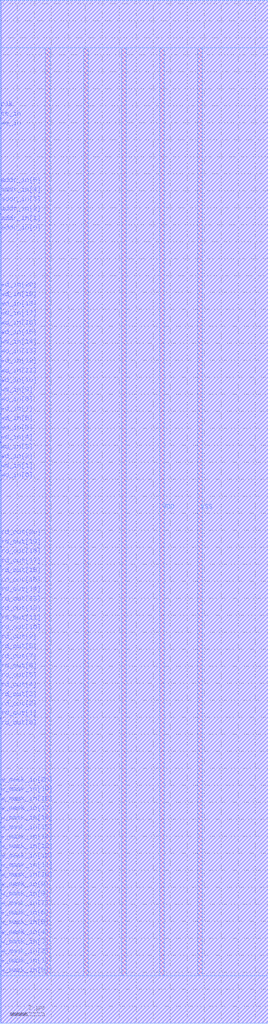
<source format=lef>
VERSION 5.7 ;
BUSBITCHARS "[]" ;
MACRO fakeram45_64x21_upper
  FOREIGN fakeram45_64x21_upper 0 0 ;
  SYMMETRY X Y R90 ;
  SIZE 15.770 BY 60.200 ;
  CLASS COVER ;
  PIN w_mask_in[0]
    DIRECTION INPUT ;
    USE SIGNAL ;
    SHAPE ABUTMENT ;
    PORT
      LAYER M3_m ;
      RECT 0.000 2.800 0.070 2.870 ;
    END
  END w_mask_in[0]
  PIN w_mask_in[1]
    DIRECTION INPUT ;
    USE SIGNAL ;
    SHAPE ABUTMENT ;
    PORT
      LAYER M3_m ;
      RECT 0.000 3.360 0.070 3.430 ;
    END
  END w_mask_in[1]
  PIN w_mask_in[2]
    DIRECTION INPUT ;
    USE SIGNAL ;
    SHAPE ABUTMENT ;
    PORT
      LAYER M3_m ;
      RECT 0.000 3.920 0.070 3.990 ;
    END
  END w_mask_in[2]
  PIN w_mask_in[3]
    DIRECTION INPUT ;
    USE SIGNAL ;
    SHAPE ABUTMENT ;
    PORT
      LAYER M3_m ;
      RECT 0.000 4.480 0.070 4.550 ;
    END
  END w_mask_in[3]
  PIN w_mask_in[4]
    DIRECTION INPUT ;
    USE SIGNAL ;
    SHAPE ABUTMENT ;
    PORT
      LAYER M3_m ;
      RECT 0.000 5.040 0.070 5.110 ;
    END
  END w_mask_in[4]
  PIN w_mask_in[5]
    DIRECTION INPUT ;
    USE SIGNAL ;
    SHAPE ABUTMENT ;
    PORT
      LAYER M3_m ;
      RECT 0.000 5.600 0.070 5.670 ;
    END
  END w_mask_in[5]
  PIN w_mask_in[6]
    DIRECTION INPUT ;
    USE SIGNAL ;
    SHAPE ABUTMENT ;
    PORT
      LAYER M3_m ;
      RECT 0.000 6.160 0.070 6.230 ;
    END
  END w_mask_in[6]
  PIN w_mask_in[7]
    DIRECTION INPUT ;
    USE SIGNAL ;
    SHAPE ABUTMENT ;
    PORT
      LAYER M3_m ;
      RECT 0.000 6.720 0.070 6.790 ;
    END
  END w_mask_in[7]
  PIN w_mask_in[8]
    DIRECTION INPUT ;
    USE SIGNAL ;
    SHAPE ABUTMENT ;
    PORT
      LAYER M3_m ;
      RECT 0.000 7.280 0.070 7.350 ;
    END
  END w_mask_in[8]
  PIN w_mask_in[9]
    DIRECTION INPUT ;
    USE SIGNAL ;
    SHAPE ABUTMENT ;
    PORT
      LAYER M3_m ;
      RECT 0.000 7.840 0.070 7.910 ;
    END
  END w_mask_in[9]
  PIN w_mask_in[10]
    DIRECTION INPUT ;
    USE SIGNAL ;
    SHAPE ABUTMENT ;
    PORT
      LAYER M3_m ;
      RECT 0.000 8.400 0.070 8.470 ;
    END
  END w_mask_in[10]
  PIN w_mask_in[11]
    DIRECTION INPUT ;
    USE SIGNAL ;
    SHAPE ABUTMENT ;
    PORT
      LAYER M3_m ;
      RECT 0.000 8.960 0.070 9.030 ;
    END
  END w_mask_in[11]
  PIN w_mask_in[12]
    DIRECTION INPUT ;
    USE SIGNAL ;
    SHAPE ABUTMENT ;
    PORT
      LAYER M3_m ;
      RECT 0.000 9.520 0.070 9.590 ;
    END
  END w_mask_in[12]
  PIN w_mask_in[13]
    DIRECTION INPUT ;
    USE SIGNAL ;
    SHAPE ABUTMENT ;
    PORT
      LAYER M3_m ;
      RECT 0.000 10.080 0.070 10.150 ;
    END
  END w_mask_in[13]
  PIN w_mask_in[14]
    DIRECTION INPUT ;
    USE SIGNAL ;
    SHAPE ABUTMENT ;
    PORT
      LAYER M3_m ;
      RECT 0.000 10.640 0.070 10.710 ;
    END
  END w_mask_in[14]
  PIN w_mask_in[15]
    DIRECTION INPUT ;
    USE SIGNAL ;
    SHAPE ABUTMENT ;
    PORT
      LAYER M3_m ;
      RECT 0.000 11.200 0.070 11.270 ;
    END
  END w_mask_in[15]
  PIN w_mask_in[16]
    DIRECTION INPUT ;
    USE SIGNAL ;
    SHAPE ABUTMENT ;
    PORT
      LAYER M3_m ;
      RECT 0.000 11.760 0.070 11.830 ;
    END
  END w_mask_in[16]
  PIN w_mask_in[17]
    DIRECTION INPUT ;
    USE SIGNAL ;
    SHAPE ABUTMENT ;
    PORT
      LAYER M3_m ;
      RECT 0.000 12.320 0.070 12.390 ;
    END
  END w_mask_in[17]
  PIN w_mask_in[18]
    DIRECTION INPUT ;
    USE SIGNAL ;
    SHAPE ABUTMENT ;
    PORT
      LAYER M3_m ;
      RECT 0.000 12.880 0.070 12.950 ;
    END
  END w_mask_in[18]
  PIN w_mask_in[19]
    DIRECTION INPUT ;
    USE SIGNAL ;
    SHAPE ABUTMENT ;
    PORT
      LAYER M3_m ;
      RECT 0.000 13.440 0.070 13.510 ;
    END
  END w_mask_in[19]
  PIN w_mask_in[20]
    DIRECTION INPUT ;
    USE SIGNAL ;
    SHAPE ABUTMENT ;
    PORT
      LAYER M3_m ;
      RECT 0.000 14.000 0.070 14.070 ;
    END
  END w_mask_in[20]
  PIN rd_out[0]
    DIRECTION OUTPUT ;
    USE SIGNAL ;
    SHAPE ABUTMENT ;
    PORT
      LAYER M3_m ;
      RECT 0.000 17.360 0.070 17.430 ;
    END
  END rd_out[0]
  PIN rd_out[1]
    DIRECTION OUTPUT ;
    USE SIGNAL ;
    SHAPE ABUTMENT ;
    PORT
      LAYER M3_m ;
      RECT 0.000 17.920 0.070 17.990 ;
    END
  END rd_out[1]
  PIN rd_out[2]
    DIRECTION OUTPUT ;
    USE SIGNAL ;
    SHAPE ABUTMENT ;
    PORT
      LAYER M3_m ;
      RECT 0.000 18.480 0.070 18.550 ;
    END
  END rd_out[2]
  PIN rd_out[3]
    DIRECTION OUTPUT ;
    USE SIGNAL ;
    SHAPE ABUTMENT ;
    PORT
      LAYER M3_m ;
      RECT 0.000 19.040 0.070 19.110 ;
    END
  END rd_out[3]
  PIN rd_out[4]
    DIRECTION OUTPUT ;
    USE SIGNAL ;
    SHAPE ABUTMENT ;
    PORT
      LAYER M3_m ;
      RECT 0.000 19.600 0.070 19.670 ;
    END
  END rd_out[4]
  PIN rd_out[5]
    DIRECTION OUTPUT ;
    USE SIGNAL ;
    SHAPE ABUTMENT ;
    PORT
      LAYER M3_m ;
      RECT 0.000 20.160 0.070 20.230 ;
    END
  END rd_out[5]
  PIN rd_out[6]
    DIRECTION OUTPUT ;
    USE SIGNAL ;
    SHAPE ABUTMENT ;
    PORT
      LAYER M3_m ;
      RECT 0.000 20.720 0.070 20.790 ;
    END
  END rd_out[6]
  PIN rd_out[7]
    DIRECTION OUTPUT ;
    USE SIGNAL ;
    SHAPE ABUTMENT ;
    PORT
      LAYER M3_m ;
      RECT 0.000 21.280 0.070 21.350 ;
    END
  END rd_out[7]
  PIN rd_out[8]
    DIRECTION OUTPUT ;
    USE SIGNAL ;
    SHAPE ABUTMENT ;
    PORT
      LAYER M3_m ;
      RECT 0.000 21.840 0.070 21.910 ;
    END
  END rd_out[8]
  PIN rd_out[9]
    DIRECTION OUTPUT ;
    USE SIGNAL ;
    SHAPE ABUTMENT ;
    PORT
      LAYER M3_m ;
      RECT 0.000 22.400 0.070 22.470 ;
    END
  END rd_out[9]
  PIN rd_out[10]
    DIRECTION OUTPUT ;
    USE SIGNAL ;
    SHAPE ABUTMENT ;
    PORT
      LAYER M3_m ;
      RECT 0.000 22.960 0.070 23.030 ;
    END
  END rd_out[10]
  PIN rd_out[11]
    DIRECTION OUTPUT ;
    USE SIGNAL ;
    SHAPE ABUTMENT ;
    PORT
      LAYER M3_m ;
      RECT 0.000 23.520 0.070 23.590 ;
    END
  END rd_out[11]
  PIN rd_out[12]
    DIRECTION OUTPUT ;
    USE SIGNAL ;
    SHAPE ABUTMENT ;
    PORT
      LAYER M3_m ;
      RECT 0.000 24.080 0.070 24.150 ;
    END
  END rd_out[12]
  PIN rd_out[13]
    DIRECTION OUTPUT ;
    USE SIGNAL ;
    SHAPE ABUTMENT ;
    PORT
      LAYER M3_m ;
      RECT 0.000 24.640 0.070 24.710 ;
    END
  END rd_out[13]
  PIN rd_out[14]
    DIRECTION OUTPUT ;
    USE SIGNAL ;
    SHAPE ABUTMENT ;
    PORT
      LAYER M3_m ;
      RECT 0.000 25.200 0.070 25.270 ;
    END
  END rd_out[14]
  PIN rd_out[15]
    DIRECTION OUTPUT ;
    USE SIGNAL ;
    SHAPE ABUTMENT ;
    PORT
      LAYER M3_m ;
      RECT 0.000 25.760 0.070 25.830 ;
    END
  END rd_out[15]
  PIN rd_out[16]
    DIRECTION OUTPUT ;
    USE SIGNAL ;
    SHAPE ABUTMENT ;
    PORT
      LAYER M3_m ;
      RECT 0.000 26.320 0.070 26.390 ;
    END
  END rd_out[16]
  PIN rd_out[17]
    DIRECTION OUTPUT ;
    USE SIGNAL ;
    SHAPE ABUTMENT ;
    PORT
      LAYER M3_m ;
      RECT 0.000 26.880 0.070 26.950 ;
    END
  END rd_out[17]
  PIN rd_out[18]
    DIRECTION OUTPUT ;
    USE SIGNAL ;
    SHAPE ABUTMENT ;
    PORT
      LAYER M3_m ;
      RECT 0.000 27.440 0.070 27.510 ;
    END
  END rd_out[18]
  PIN rd_out[19]
    DIRECTION OUTPUT ;
    USE SIGNAL ;
    SHAPE ABUTMENT ;
    PORT
      LAYER M3_m ;
      RECT 0.000 28.000 0.070 28.070 ;
    END
  END rd_out[19]
  PIN rd_out[20]
    DIRECTION OUTPUT ;
    USE SIGNAL ;
    SHAPE ABUTMENT ;
    PORT
      LAYER M3_m ;
      RECT 0.000 28.560 0.070 28.630 ;
    END
  END rd_out[20]
  PIN wd_in[0]
    DIRECTION INPUT ;
    USE SIGNAL ;
    SHAPE ABUTMENT ;
    PORT
      LAYER M3_m ;
      RECT 0.000 31.920 0.070 31.990 ;
    END
  END wd_in[0]
  PIN wd_in[1]
    DIRECTION INPUT ;
    USE SIGNAL ;
    SHAPE ABUTMENT ;
    PORT
      LAYER M3_m ;
      RECT 0.000 32.480 0.070 32.550 ;
    END
  END wd_in[1]
  PIN wd_in[2]
    DIRECTION INPUT ;
    USE SIGNAL ;
    SHAPE ABUTMENT ;
    PORT
      LAYER M3_m ;
      RECT 0.000 33.040 0.070 33.110 ;
    END
  END wd_in[2]
  PIN wd_in[3]
    DIRECTION INPUT ;
    USE SIGNAL ;
    SHAPE ABUTMENT ;
    PORT
      LAYER M3_m ;
      RECT 0.000 33.600 0.070 33.670 ;
    END
  END wd_in[3]
  PIN wd_in[4]
    DIRECTION INPUT ;
    USE SIGNAL ;
    SHAPE ABUTMENT ;
    PORT
      LAYER M3_m ;
      RECT 0.000 34.160 0.070 34.230 ;
    END
  END wd_in[4]
  PIN wd_in[5]
    DIRECTION INPUT ;
    USE SIGNAL ;
    SHAPE ABUTMENT ;
    PORT
      LAYER M3_m ;
      RECT 0.000 34.720 0.070 34.790 ;
    END
  END wd_in[5]
  PIN wd_in[6]
    DIRECTION INPUT ;
    USE SIGNAL ;
    SHAPE ABUTMENT ;
    PORT
      LAYER M3_m ;
      RECT 0.000 35.280 0.070 35.350 ;
    END
  END wd_in[6]
  PIN wd_in[7]
    DIRECTION INPUT ;
    USE SIGNAL ;
    SHAPE ABUTMENT ;
    PORT
      LAYER M3_m ;
      RECT 0.000 35.840 0.070 35.910 ;
    END
  END wd_in[7]
  PIN wd_in[8]
    DIRECTION INPUT ;
    USE SIGNAL ;
    SHAPE ABUTMENT ;
    PORT
      LAYER M3_m ;
      RECT 0.000 36.400 0.070 36.470 ;
    END
  END wd_in[8]
  PIN wd_in[9]
    DIRECTION INPUT ;
    USE SIGNAL ;
    SHAPE ABUTMENT ;
    PORT
      LAYER M3_m ;
      RECT 0.000 36.960 0.070 37.030 ;
    END
  END wd_in[9]
  PIN wd_in[10]
    DIRECTION INPUT ;
    USE SIGNAL ;
    SHAPE ABUTMENT ;
    PORT
      LAYER M3_m ;
      RECT 0.000 37.520 0.070 37.590 ;
    END
  END wd_in[10]
  PIN wd_in[11]
    DIRECTION INPUT ;
    USE SIGNAL ;
    SHAPE ABUTMENT ;
    PORT
      LAYER M3_m ;
      RECT 0.000 38.080 0.070 38.150 ;
    END
  END wd_in[11]
  PIN wd_in[12]
    DIRECTION INPUT ;
    USE SIGNAL ;
    SHAPE ABUTMENT ;
    PORT
      LAYER M3_m ;
      RECT 0.000 38.640 0.070 38.710 ;
    END
  END wd_in[12]
  PIN wd_in[13]
    DIRECTION INPUT ;
    USE SIGNAL ;
    SHAPE ABUTMENT ;
    PORT
      LAYER M3_m ;
      RECT 0.000 39.200 0.070 39.270 ;
    END
  END wd_in[13]
  PIN wd_in[14]
    DIRECTION INPUT ;
    USE SIGNAL ;
    SHAPE ABUTMENT ;
    PORT
      LAYER M3_m ;
      RECT 0.000 39.760 0.070 39.830 ;
    END
  END wd_in[14]
  PIN wd_in[15]
    DIRECTION INPUT ;
    USE SIGNAL ;
    SHAPE ABUTMENT ;
    PORT
      LAYER M3_m ;
      RECT 0.000 40.320 0.070 40.390 ;
    END
  END wd_in[15]
  PIN wd_in[16]
    DIRECTION INPUT ;
    USE SIGNAL ;
    SHAPE ABUTMENT ;
    PORT
      LAYER M3_m ;
      RECT 0.000 40.880 0.070 40.950 ;
    END
  END wd_in[16]
  PIN wd_in[17]
    DIRECTION INPUT ;
    USE SIGNAL ;
    SHAPE ABUTMENT ;
    PORT
      LAYER M3_m ;
      RECT 0.000 41.440 0.070 41.510 ;
    END
  END wd_in[17]
  PIN wd_in[18]
    DIRECTION INPUT ;
    USE SIGNAL ;
    SHAPE ABUTMENT ;
    PORT
      LAYER M3_m ;
      RECT 0.000 42.000 0.070 42.070 ;
    END
  END wd_in[18]
  PIN wd_in[19]
    DIRECTION INPUT ;
    USE SIGNAL ;
    SHAPE ABUTMENT ;
    PORT
      LAYER M3_m ;
      RECT 0.000 42.560 0.070 42.630 ;
    END
  END wd_in[19]
  PIN wd_in[20]
    DIRECTION INPUT ;
    USE SIGNAL ;
    SHAPE ABUTMENT ;
    PORT
      LAYER M3_m ;
      RECT 0.000 43.120 0.070 43.190 ;
    END
  END wd_in[20]
  PIN addr_in[0]
    DIRECTION INPUT ;
    USE SIGNAL ;
    SHAPE ABUTMENT ;
    PORT
      LAYER M3_m ;
      RECT 0.000 46.480 0.070 46.550 ;
    END
  END addr_in[0]
  PIN addr_in[1]
    DIRECTION INPUT ;
    USE SIGNAL ;
    SHAPE ABUTMENT ;
    PORT
      LAYER M3_m ;
      RECT 0.000 47.040 0.070 47.110 ;
    END
  END addr_in[1]
  PIN addr_in[2]
    DIRECTION INPUT ;
    USE SIGNAL ;
    SHAPE ABUTMENT ;
    PORT
      LAYER M3_m ;
      RECT 0.000 47.600 0.070 47.670 ;
    END
  END addr_in[2]
  PIN addr_in[3]
    DIRECTION INPUT ;
    USE SIGNAL ;
    SHAPE ABUTMENT ;
    PORT
      LAYER M3_m ;
      RECT 0.000 48.160 0.070 48.230 ;
    END
  END addr_in[3]
  PIN addr_in[4]
    DIRECTION INPUT ;
    USE SIGNAL ;
    SHAPE ABUTMENT ;
    PORT
      LAYER M3_m ;
      RECT 0.000 48.720 0.070 48.790 ;
    END
  END addr_in[4]
  PIN addr_in[5]
    DIRECTION INPUT ;
    USE SIGNAL ;
    SHAPE ABUTMENT ;
    PORT
      LAYER M3_m ;
      RECT 0.000 49.280 0.070 49.350 ;
    END
  END addr_in[5]
  PIN we_in
    DIRECTION INPUT ;
    USE SIGNAL ;
    SHAPE ABUTMENT ;
    PORT
      LAYER M3_m ;
      RECT 0.000 52.640 0.070 52.710 ;
    END
  END we_in
  PIN ce_in
    DIRECTION INPUT ;
    USE SIGNAL ;
    SHAPE ABUTMENT ;
    PORT
      LAYER M3_m ;
      RECT 0.000 53.200 0.070 53.270 ;
    END
  END ce_in
  PIN clk
    DIRECTION INPUT ;
    USE SIGNAL ;
    SHAPE ABUTMENT ;
    PORT
      LAYER M3_m ;
      RECT 0.000 53.760 0.070 53.830 ;
    END
  END clk
  PIN VSS
    DIRECTION INOUT ;
    USE GROUND ;
    PORT
      LAYER M4_m ;
      RECT 2.660 2.800 2.940 57.400 ;
      RECT 7.140 2.800 7.420 57.400 ;
      RECT 11.620 2.800 11.900 57.400 ;
    END
  END VSS
  PIN VDD
    DIRECTION INOUT ;
    USE POWER ;
    PORT
      LAYER M4_m ;
      RECT 4.900 2.800 5.180 57.400 ;
      RECT 9.380 2.800 9.660 57.400 ;
    END
  END VDD
  OBS
    LAYER M1_m ;
    RECT 0 0 15.770 60.200 ;
    LAYER M2_m ;
    RECT 0 0 15.770 60.200 ;
    LAYER M3_m ;
    RECT 0.070 0 15.770 60.200 ;
    RECT 0 0.000 0.070 2.800 ;
    RECT 0 2.870 0.070 3.360 ;
    RECT 0 3.430 0.070 3.920 ;
    RECT 0 3.990 0.070 4.480 ;
    RECT 0 4.550 0.070 5.040 ;
    RECT 0 5.110 0.070 5.600 ;
    RECT 0 5.670 0.070 6.160 ;
    RECT 0 6.230 0.070 6.720 ;
    RECT 0 6.790 0.070 7.280 ;
    RECT 0 7.350 0.070 7.840 ;
    RECT 0 7.910 0.070 8.400 ;
    RECT 0 8.470 0.070 8.960 ;
    RECT 0 9.030 0.070 9.520 ;
    RECT 0 9.590 0.070 10.080 ;
    RECT 0 10.150 0.070 10.640 ;
    RECT 0 10.710 0.070 11.200 ;
    RECT 0 11.270 0.070 11.760 ;
    RECT 0 11.830 0.070 12.320 ;
    RECT 0 12.390 0.070 12.880 ;
    RECT 0 12.950 0.070 13.440 ;
    RECT 0 13.510 0.070 14.000 ;
    RECT 0 14.070 0.070 17.360 ;
    RECT 0 17.430 0.070 17.920 ;
    RECT 0 17.990 0.070 18.480 ;
    RECT 0 18.550 0.070 19.040 ;
    RECT 0 19.110 0.070 19.600 ;
    RECT 0 19.670 0.070 20.160 ;
    RECT 0 20.230 0.070 20.720 ;
    RECT 0 20.790 0.070 21.280 ;
    RECT 0 21.350 0.070 21.840 ;
    RECT 0 21.910 0.070 22.400 ;
    RECT 0 22.470 0.070 22.960 ;
    RECT 0 23.030 0.070 23.520 ;
    RECT 0 23.590 0.070 24.080 ;
    RECT 0 24.150 0.070 24.640 ;
    RECT 0 24.710 0.070 25.200 ;
    RECT 0 25.270 0.070 25.760 ;
    RECT 0 25.830 0.070 26.320 ;
    RECT 0 26.390 0.070 26.880 ;
    RECT 0 26.950 0.070 27.440 ;
    RECT 0 27.510 0.070 28.000 ;
    RECT 0 28.070 0.070 28.560 ;
    RECT 0 28.630 0.070 31.920 ;
    RECT 0 31.990 0.070 32.480 ;
    RECT 0 32.550 0.070 33.040 ;
    RECT 0 33.110 0.070 33.600 ;
    RECT 0 33.670 0.070 34.160 ;
    RECT 0 34.230 0.070 34.720 ;
    RECT 0 34.790 0.070 35.280 ;
    RECT 0 35.350 0.070 35.840 ;
    RECT 0 35.910 0.070 36.400 ;
    RECT 0 36.470 0.070 36.960 ;
    RECT 0 37.030 0.070 37.520 ;
    RECT 0 37.590 0.070 38.080 ;
    RECT 0 38.150 0.070 38.640 ;
    RECT 0 38.710 0.070 39.200 ;
    RECT 0 39.270 0.070 39.760 ;
    RECT 0 39.830 0.070 40.320 ;
    RECT 0 40.390 0.070 40.880 ;
    RECT 0 40.950 0.070 41.440 ;
    RECT 0 41.510 0.070 42.000 ;
    RECT 0 42.070 0.070 42.560 ;
    RECT 0 42.630 0.070 43.120 ;
    RECT 0 43.190 0.070 46.480 ;
    RECT 0 46.550 0.070 47.040 ;
    RECT 0 47.110 0.070 47.600 ;
    RECT 0 47.670 0.070 48.160 ;
    RECT 0 48.230 0.070 48.720 ;
    RECT 0 48.790 0.070 49.280 ;
    RECT 0 49.350 0.070 52.640 ;
    RECT 0 52.710 0.070 53.200 ;
    RECT 0 53.270 0.070 53.760 ;
    RECT 0 53.830 0.070 60.200 ;
    LAYER M4_m ;
    RECT 0 0 15.770 2.800 ;
    RECT 0 57.400 15.770 60.200 ;
    RECT 0.000 2.800 2.660 57.400 ;
    RECT 2.940 2.800 4.900 57.400 ;
    RECT 5.180 2.800 7.140 57.400 ;
    RECT 7.420 2.800 9.380 57.400 ;
    RECT 9.660 2.800 11.620 57.400 ;
    RECT 11.900 2.800 15.770 57.400 ;
  END
END fakeram45_64x21_upper

END LIBRARY

</source>
